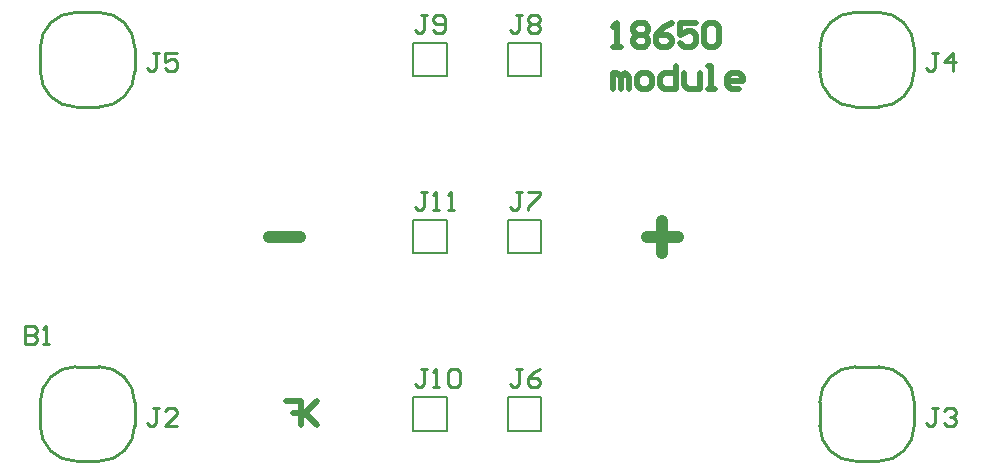
<source format=gto>
G04*
G04 #@! TF.GenerationSoftware,Altium Limited,Altium Designer,18.1.9 (240)*
G04*
G04 Layer_Color=65535*
%FSLAX24Y24*%
%MOIN*%
G70*
G01*
G75*
%ADD10C,0.0100*%
%ADD11C,0.0079*%
%ADD12C,0.0197*%
%ADD13C,0.0394*%
D10*
X30315Y15354D02*
G03*
X29134Y14173I0J-1181D01*
G01*
Y13386D02*
G03*
X30315Y12205I1181J0D01*
G01*
X32283Y14173D02*
G03*
X31102Y15354I-1181J0D01*
G01*
Y12205D02*
G03*
X32283Y13386I0J1181D01*
G01*
X30315Y3543D02*
G03*
X29134Y2362I0J-1181D01*
G01*
Y1575D02*
G03*
X30315Y394I1181J0D01*
G01*
X32283Y2362D02*
G03*
X31102Y3543I-1181J0D01*
G01*
Y394D02*
G03*
X32283Y1575I0J1181D01*
G01*
X4331Y3543D02*
G03*
X3150Y2362I0J-1181D01*
G01*
Y1575D02*
G03*
X4331Y394I1181J0D01*
G01*
X6299Y2362D02*
G03*
X5118Y3543I-1181J0D01*
G01*
Y394D02*
G03*
X6299Y1575I0J1181D01*
G01*
X4331Y15354D02*
G03*
X3150Y14173I0J-1181D01*
G01*
Y13386D02*
G03*
X4331Y12205I1181J0D01*
G01*
X6299Y14173D02*
G03*
X5118Y15354I-1181J0D01*
G01*
Y12205D02*
G03*
X6299Y13386I0J1181D01*
G01*
X30315Y12205D02*
X31102D01*
X29134Y13386D02*
Y14173D01*
X30315Y15354D02*
X31102D01*
X32283Y13386D02*
Y14173D01*
X30315Y394D02*
X31102D01*
X29134Y1575D02*
Y2362D01*
X30315Y3543D02*
X31102D01*
X32283Y1575D02*
Y2362D01*
X4331Y394D02*
X5118D01*
X3150Y1575D02*
Y2362D01*
X4331Y3543D02*
X5118D01*
X6299Y1575D02*
Y2362D01*
X4331Y12205D02*
X5118D01*
X3150Y13386D02*
Y14173D01*
X4331Y15354D02*
X5118D01*
X6299Y13386D02*
Y14173D01*
X2638Y4891D02*
Y4291D01*
X2938D01*
X3038Y4391D01*
Y4491D01*
X2938Y4591D01*
X2638D01*
X2938D01*
X3038Y4691D01*
Y4791D01*
X2938Y4891D01*
X2638D01*
X3238Y4291D02*
X3438D01*
X3338D01*
Y4891D01*
X3238Y4791D01*
X16047Y9369D02*
X15847D01*
X15947D01*
Y8869D01*
X15847Y8769D01*
X15747D01*
X15647Y8869D01*
X16247Y8769D02*
X16446D01*
X16347D01*
Y9369D01*
X16247Y9269D01*
X16746Y8769D02*
X16946D01*
X16846D01*
Y9369D01*
X16746Y9269D01*
X16047Y3463D02*
X15847D01*
X15947D01*
Y2963D01*
X15847Y2864D01*
X15747D01*
X15647Y2963D01*
X16247Y2864D02*
X16446D01*
X16347D01*
Y3463D01*
X16247Y3363D01*
X16746D02*
X16846Y3463D01*
X17046D01*
X17146Y3363D01*
Y2963D01*
X17046Y2864D01*
X16846D01*
X16746Y2963D01*
Y3363D01*
X16047Y15274D02*
X15847D01*
X15947D01*
Y14775D01*
X15847Y14675D01*
X15747D01*
X15647Y14775D01*
X16247D02*
X16347Y14675D01*
X16546D01*
X16646Y14775D01*
Y15174D01*
X16546Y15274D01*
X16347D01*
X16247Y15174D01*
Y15074D01*
X16347Y14974D01*
X16646D01*
X19196Y15274D02*
X18996D01*
X19096D01*
Y14775D01*
X18996Y14675D01*
X18896D01*
X18796Y14775D01*
X19396Y15174D02*
X19496Y15274D01*
X19696D01*
X19796Y15174D01*
Y15074D01*
X19696Y14974D01*
X19796Y14874D01*
Y14775D01*
X19696Y14675D01*
X19496D01*
X19396Y14775D01*
Y14874D01*
X19496Y14974D01*
X19396Y15074D01*
Y15174D01*
X19496Y14974D02*
X19696D01*
X19196Y9369D02*
X18996D01*
X19096D01*
Y8869D01*
X18996Y8769D01*
X18896D01*
X18796Y8869D01*
X19396Y9369D02*
X19796D01*
Y9269D01*
X19396Y8869D01*
Y8769D01*
X19196Y3463D02*
X18996D01*
X19096D01*
Y2963D01*
X18996Y2864D01*
X18896D01*
X18796Y2963D01*
X19796Y3463D02*
X19596Y3363D01*
X19396Y3163D01*
Y2963D01*
X19496Y2864D01*
X19696D01*
X19796Y2963D01*
Y3063D01*
X19696Y3163D01*
X19396D01*
X33077Y13986D02*
X32877D01*
X32977D01*
Y13486D01*
X32877Y13386D01*
X32777D01*
X32677Y13486D01*
X33577Y13386D02*
Y13986D01*
X33277Y13686D01*
X33677D01*
X33077Y2175D02*
X32877D01*
X32977D01*
Y1675D01*
X32877Y1575D01*
X32777D01*
X32677Y1675D01*
X33277Y2075D02*
X33377Y2175D01*
X33577D01*
X33677Y2075D01*
Y1975D01*
X33577Y1875D01*
X33477D01*
X33577D01*
X33677Y1775D01*
Y1675D01*
X33577Y1575D01*
X33377D01*
X33277Y1675D01*
X7093Y2175D02*
X6893D01*
X6993D01*
Y1675D01*
X6893Y1575D01*
X6793D01*
X6693Y1675D01*
X7693Y1575D02*
X7293D01*
X7693Y1975D01*
Y2075D01*
X7593Y2175D01*
X7393D01*
X7293Y2075D01*
X7093Y13986D02*
X6893D01*
X6993D01*
Y13486D01*
X6893Y13386D01*
X6793D01*
X6693Y13486D01*
X7693Y13986D02*
X7293D01*
Y13686D01*
X7493Y13786D01*
X7593D01*
X7693Y13686D01*
Y13486D01*
X7593Y13386D01*
X7393D01*
X7293Y13486D01*
D11*
X18740Y1417D02*
Y2520D01*
Y1417D02*
X19843D01*
Y2520D01*
X18740D02*
X19843D01*
X18740Y7323D02*
Y8425D01*
Y7323D02*
X19843D01*
Y8425D01*
X18740D02*
X19843D01*
X18740Y13228D02*
Y14331D01*
Y13228D02*
X19843D01*
Y14331D01*
X18740D02*
X19843D01*
X15591Y13228D02*
Y14331D01*
Y13228D02*
X16693D01*
Y14331D01*
X15591D02*
X16693D01*
X15591Y1417D02*
Y2520D01*
Y1417D02*
X16693D01*
Y2520D01*
X15591D02*
X16693D01*
X15591Y7323D02*
Y8425D01*
Y7323D02*
X16693D01*
Y8425D01*
X15591D02*
X16693D01*
D12*
X22244Y14212D02*
X22506D01*
X22375D01*
Y14999D01*
X22244Y14868D01*
X22900D02*
X23031Y14999D01*
X23294D01*
X23425Y14868D01*
Y14737D01*
X23294Y14606D01*
X23425Y14475D01*
Y14343D01*
X23294Y14212D01*
X23031D01*
X22900Y14343D01*
Y14475D01*
X23031Y14606D01*
X22900Y14737D01*
Y14868D01*
X23031Y14606D02*
X23294D01*
X24212Y14999D02*
X23950Y14868D01*
X23687Y14606D01*
Y14343D01*
X23818Y14212D01*
X24081D01*
X24212Y14343D01*
Y14475D01*
X24081Y14606D01*
X23687D01*
X24999Y14999D02*
X24474D01*
Y14606D01*
X24737Y14737D01*
X24868D01*
X24999Y14606D01*
Y14343D01*
X24868Y14212D01*
X24606D01*
X24474Y14343D01*
X25261Y14868D02*
X25393Y14999D01*
X25655D01*
X25786Y14868D01*
Y14343D01*
X25655Y14212D01*
X25393D01*
X25261Y14343D01*
Y14868D01*
X22244Y12795D02*
Y13320D01*
X22375D01*
X22506Y13189D01*
Y12795D01*
Y13189D01*
X22638Y13320D01*
X22769Y13189D01*
Y12795D01*
X23162D02*
X23425D01*
X23556Y12926D01*
Y13189D01*
X23425Y13320D01*
X23162D01*
X23031Y13189D01*
Y12926D01*
X23162Y12795D01*
X24343Y13582D02*
Y12795D01*
X23950D01*
X23818Y12926D01*
Y13189D01*
X23950Y13320D01*
X24343D01*
X24606D02*
Y12926D01*
X24737Y12795D01*
X25130D01*
Y13320D01*
X25393Y12795D02*
X25655D01*
X25524D01*
Y13582D01*
X25393D01*
X26442Y12795D02*
X26180D01*
X26049Y12926D01*
Y13189D01*
X26180Y13320D01*
X26442D01*
X26573Y13189D01*
Y13058D01*
X26049D01*
X11850Y2386D02*
Y1598D01*
Y1861D01*
X12375Y2386D01*
X11982Y1992D01*
X12375Y1598D01*
X11326Y2386D02*
X11850D01*
Y1992D01*
X11588D01*
X11850D01*
Y1598D01*
D13*
X11811Y7874D02*
X10761D01*
X24409D02*
X23360D01*
X23885Y7350D02*
Y8399D01*
M02*

</source>
